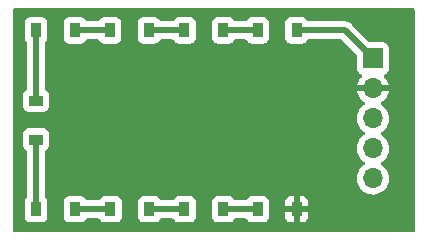
<source format=gtl>
G04 #@! TF.GenerationSoftware,KiCad,Pcbnew,6.0.7*
G04 #@! TF.CreationDate,2022-09-09T10:48:33-06:00*
G04 #@! TF.ProjectId,sdt_pa_diode,7364745f-7061-45f6-9469-6f64652e6b69,rev?*
G04 #@! TF.SameCoordinates,Original*
G04 #@! TF.FileFunction,Copper,L1,Top*
G04 #@! TF.FilePolarity,Positive*
%FSLAX46Y46*%
G04 Gerber Fmt 4.6, Leading zero omitted, Abs format (unit mm)*
G04 Created by KiCad (PCBNEW 6.0.7) date 2022-09-09 10:48:33*
%MOMM*%
%LPD*%
G01*
G04 APERTURE LIST*
G04 #@! TA.AperFunction,SMDPad,CuDef*
%ADD10R,0.900000X1.200000*%
G04 #@! TD*
G04 #@! TA.AperFunction,ComponentPad*
%ADD11R,1.700000X1.700000*%
G04 #@! TD*
G04 #@! TA.AperFunction,ComponentPad*
%ADD12O,1.700000X1.700000*%
G04 #@! TD*
G04 #@! TA.AperFunction,SMDPad,CuDef*
%ADD13R,1.200000X0.900000*%
G04 #@! TD*
G04 #@! TA.AperFunction,ViaPad*
%ADD14C,1.000000*%
G04 #@! TD*
G04 #@! TA.AperFunction,ViaPad*
%ADD15C,6.000000*%
G04 #@! TD*
G04 #@! TA.AperFunction,Conductor*
%ADD16C,0.500000*%
G04 #@! TD*
G04 APERTURE END LIST*
D10*
X131200000Y-87400000D03*
X134500000Y-87400000D03*
X140800000Y-102550000D03*
X137500000Y-102550000D03*
X137500000Y-87400000D03*
X140800000Y-87400000D03*
D11*
X153475000Y-89775000D03*
D12*
X153475000Y-92315000D03*
X153475000Y-94855000D03*
X153475000Y-97395000D03*
X153475000Y-99935000D03*
D13*
X124950000Y-96650000D03*
X124950000Y-93350000D03*
D10*
X124950000Y-87400000D03*
X128250000Y-87400000D03*
X147000000Y-102550000D03*
X143700000Y-102550000D03*
X134550000Y-102550000D03*
X131250000Y-102550000D03*
X143700000Y-87400000D03*
X147000000Y-87400000D03*
X128250000Y-102550000D03*
X124950000Y-102550000D03*
D14*
X155900000Y-90650000D03*
X151700000Y-93350000D03*
X143300000Y-92850000D03*
X139100000Y-89300000D03*
X151600000Y-96150000D03*
X132900000Y-89300000D03*
X142150000Y-89500000D03*
X132900000Y-100650000D03*
X149500000Y-103600000D03*
X156000000Y-86500000D03*
X155850000Y-94850000D03*
X139100000Y-100700000D03*
X156050000Y-103550000D03*
X126850000Y-94950000D03*
X126500000Y-100550000D03*
X145050000Y-99500000D03*
X126550000Y-89300000D03*
D15*
X137550000Y-94950000D03*
D16*
X151100000Y-87400000D02*
X153475000Y-89775000D01*
X147000000Y-87400000D02*
X151100000Y-87400000D01*
X140800000Y-87400000D02*
X143700000Y-87400000D01*
X134500000Y-87400000D02*
X137500000Y-87400000D01*
X128250000Y-87400000D02*
X131200000Y-87400000D01*
X124950000Y-87400000D02*
X124950000Y-93350000D01*
X124950000Y-96650000D02*
X124950000Y-102550000D01*
X128250000Y-102550000D02*
X131250000Y-102550000D01*
X134550000Y-102550000D02*
X137500000Y-102550000D01*
X140800000Y-102550000D02*
X143700000Y-102550000D01*
G04 #@! TA.AperFunction,Conductor*
G36*
X156933621Y-85528502D02*
G01*
X156980114Y-85582158D01*
X156991500Y-85634500D01*
X156991500Y-104365500D01*
X156971498Y-104433621D01*
X156917842Y-104480114D01*
X156865500Y-104491500D01*
X123134500Y-104491500D01*
X123066379Y-104471498D01*
X123019886Y-104417842D01*
X123008500Y-104365500D01*
X123008500Y-97148134D01*
X123841500Y-97148134D01*
X123848255Y-97210316D01*
X123899385Y-97346705D01*
X123986739Y-97463261D01*
X124103295Y-97550615D01*
X124111704Y-97553767D01*
X124119575Y-97558077D01*
X124118664Y-97559741D01*
X124166490Y-97595663D01*
X124191193Y-97662224D01*
X124191500Y-97671009D01*
X124191500Y-101482671D01*
X124171498Y-101550792D01*
X124149593Y-101574332D01*
X124150269Y-101575008D01*
X124143919Y-101581358D01*
X124136739Y-101586739D01*
X124049385Y-101703295D01*
X123998255Y-101839684D01*
X123991500Y-101901866D01*
X123991500Y-103198134D01*
X123998255Y-103260316D01*
X124049385Y-103396705D01*
X124136739Y-103513261D01*
X124253295Y-103600615D01*
X124389684Y-103651745D01*
X124451866Y-103658500D01*
X125448134Y-103658500D01*
X125510316Y-103651745D01*
X125646705Y-103600615D01*
X125763261Y-103513261D01*
X125850615Y-103396705D01*
X125901745Y-103260316D01*
X125908500Y-103198134D01*
X127291500Y-103198134D01*
X127298255Y-103260316D01*
X127349385Y-103396705D01*
X127436739Y-103513261D01*
X127553295Y-103600615D01*
X127689684Y-103651745D01*
X127751866Y-103658500D01*
X128748134Y-103658500D01*
X128810316Y-103651745D01*
X128946705Y-103600615D01*
X129063261Y-103513261D01*
X129150615Y-103396705D01*
X129153767Y-103388296D01*
X129158077Y-103380425D01*
X129159741Y-103381336D01*
X129195663Y-103333510D01*
X129262224Y-103308807D01*
X129271009Y-103308500D01*
X130228991Y-103308500D01*
X130297112Y-103328502D01*
X130343605Y-103382158D01*
X130345903Y-103387694D01*
X130346232Y-103388296D01*
X130349385Y-103396705D01*
X130436739Y-103513261D01*
X130553295Y-103600615D01*
X130689684Y-103651745D01*
X130751866Y-103658500D01*
X131748134Y-103658500D01*
X131810316Y-103651745D01*
X131946705Y-103600615D01*
X132063261Y-103513261D01*
X132150615Y-103396705D01*
X132201745Y-103260316D01*
X132208500Y-103198134D01*
X133591500Y-103198134D01*
X133598255Y-103260316D01*
X133649385Y-103396705D01*
X133736739Y-103513261D01*
X133853295Y-103600615D01*
X133989684Y-103651745D01*
X134051866Y-103658500D01*
X135048134Y-103658500D01*
X135110316Y-103651745D01*
X135246705Y-103600615D01*
X135363261Y-103513261D01*
X135450615Y-103396705D01*
X135453767Y-103388296D01*
X135458077Y-103380425D01*
X135459741Y-103381336D01*
X135495663Y-103333510D01*
X135562224Y-103308807D01*
X135571009Y-103308500D01*
X136478991Y-103308500D01*
X136547112Y-103328502D01*
X136593605Y-103382158D01*
X136595903Y-103387694D01*
X136596232Y-103388296D01*
X136599385Y-103396705D01*
X136686739Y-103513261D01*
X136803295Y-103600615D01*
X136939684Y-103651745D01*
X137001866Y-103658500D01*
X137998134Y-103658500D01*
X138060316Y-103651745D01*
X138196705Y-103600615D01*
X138313261Y-103513261D01*
X138400615Y-103396705D01*
X138451745Y-103260316D01*
X138458500Y-103198134D01*
X139841500Y-103198134D01*
X139848255Y-103260316D01*
X139899385Y-103396705D01*
X139986739Y-103513261D01*
X140103295Y-103600615D01*
X140239684Y-103651745D01*
X140301866Y-103658500D01*
X141298134Y-103658500D01*
X141360316Y-103651745D01*
X141496705Y-103600615D01*
X141613261Y-103513261D01*
X141700615Y-103396705D01*
X141703767Y-103388296D01*
X141708077Y-103380425D01*
X141709741Y-103381336D01*
X141745663Y-103333510D01*
X141812224Y-103308807D01*
X141821009Y-103308500D01*
X142678991Y-103308500D01*
X142747112Y-103328502D01*
X142793605Y-103382158D01*
X142795903Y-103387694D01*
X142796232Y-103388296D01*
X142799385Y-103396705D01*
X142886739Y-103513261D01*
X143003295Y-103600615D01*
X143139684Y-103651745D01*
X143201866Y-103658500D01*
X144198134Y-103658500D01*
X144260316Y-103651745D01*
X144396705Y-103600615D01*
X144513261Y-103513261D01*
X144600615Y-103396705D01*
X144651745Y-103260316D01*
X144658500Y-103198134D01*
X144658500Y-103194669D01*
X146042001Y-103194669D01*
X146042371Y-103201490D01*
X146047895Y-103252352D01*
X146051521Y-103267604D01*
X146096676Y-103388054D01*
X146105214Y-103403649D01*
X146181715Y-103505724D01*
X146194276Y-103518285D01*
X146296351Y-103594786D01*
X146311946Y-103603324D01*
X146432394Y-103648478D01*
X146447649Y-103652105D01*
X146498514Y-103657631D01*
X146505328Y-103658000D01*
X146727885Y-103658000D01*
X146743124Y-103653525D01*
X146744329Y-103652135D01*
X146746000Y-103644452D01*
X146746000Y-103639884D01*
X147254000Y-103639884D01*
X147258475Y-103655123D01*
X147259865Y-103656328D01*
X147267548Y-103657999D01*
X147494669Y-103657999D01*
X147501490Y-103657629D01*
X147552352Y-103652105D01*
X147567604Y-103648479D01*
X147688054Y-103603324D01*
X147703649Y-103594786D01*
X147805724Y-103518285D01*
X147818285Y-103505724D01*
X147894786Y-103403649D01*
X147903324Y-103388054D01*
X147948478Y-103267606D01*
X147952105Y-103252351D01*
X147957631Y-103201486D01*
X147958000Y-103194672D01*
X147958000Y-102822115D01*
X147953525Y-102806876D01*
X147952135Y-102805671D01*
X147944452Y-102804000D01*
X147272115Y-102804000D01*
X147256876Y-102808475D01*
X147255671Y-102809865D01*
X147254000Y-102817548D01*
X147254000Y-103639884D01*
X146746000Y-103639884D01*
X146746000Y-102822115D01*
X146741525Y-102806876D01*
X146740135Y-102805671D01*
X146732452Y-102804000D01*
X146060116Y-102804000D01*
X146044877Y-102808475D01*
X146043672Y-102809865D01*
X146042001Y-102817548D01*
X146042001Y-103194669D01*
X144658500Y-103194669D01*
X144658500Y-102277885D01*
X146042000Y-102277885D01*
X146046475Y-102293124D01*
X146047865Y-102294329D01*
X146055548Y-102296000D01*
X146727885Y-102296000D01*
X146743124Y-102291525D01*
X146744329Y-102290135D01*
X146746000Y-102282452D01*
X146746000Y-102277885D01*
X147254000Y-102277885D01*
X147258475Y-102293124D01*
X147259865Y-102294329D01*
X147267548Y-102296000D01*
X147939884Y-102296000D01*
X147955123Y-102291525D01*
X147956328Y-102290135D01*
X147957999Y-102282452D01*
X147957999Y-101905331D01*
X147957629Y-101898510D01*
X147952105Y-101847648D01*
X147948479Y-101832396D01*
X147903324Y-101711946D01*
X147894786Y-101696351D01*
X147818285Y-101594276D01*
X147805724Y-101581715D01*
X147703649Y-101505214D01*
X147688054Y-101496676D01*
X147567606Y-101451522D01*
X147552351Y-101447895D01*
X147501486Y-101442369D01*
X147494672Y-101442000D01*
X147272115Y-101442000D01*
X147256876Y-101446475D01*
X147255671Y-101447865D01*
X147254000Y-101455548D01*
X147254000Y-102277885D01*
X146746000Y-102277885D01*
X146746000Y-101460116D01*
X146741525Y-101444877D01*
X146740135Y-101443672D01*
X146732452Y-101442001D01*
X146505331Y-101442001D01*
X146498510Y-101442371D01*
X146447648Y-101447895D01*
X146432396Y-101451521D01*
X146311946Y-101496676D01*
X146296351Y-101505214D01*
X146194276Y-101581715D01*
X146181715Y-101594276D01*
X146105214Y-101696351D01*
X146096676Y-101711946D01*
X146051522Y-101832394D01*
X146047895Y-101847649D01*
X146042369Y-101898514D01*
X146042000Y-101905328D01*
X146042000Y-102277885D01*
X144658500Y-102277885D01*
X144658500Y-101901866D01*
X144651745Y-101839684D01*
X144600615Y-101703295D01*
X144513261Y-101586739D01*
X144396705Y-101499385D01*
X144260316Y-101448255D01*
X144198134Y-101441500D01*
X143201866Y-101441500D01*
X143139684Y-101448255D01*
X143003295Y-101499385D01*
X142886739Y-101586739D01*
X142799385Y-101703295D01*
X142796233Y-101711703D01*
X142791923Y-101719575D01*
X142790259Y-101718664D01*
X142754337Y-101766490D01*
X142687776Y-101791193D01*
X142678991Y-101791500D01*
X141821009Y-101791500D01*
X141752888Y-101771498D01*
X141706395Y-101717842D01*
X141704097Y-101712306D01*
X141703767Y-101711703D01*
X141700615Y-101703295D01*
X141613261Y-101586739D01*
X141496705Y-101499385D01*
X141360316Y-101448255D01*
X141298134Y-101441500D01*
X140301866Y-101441500D01*
X140239684Y-101448255D01*
X140103295Y-101499385D01*
X139986739Y-101586739D01*
X139899385Y-101703295D01*
X139848255Y-101839684D01*
X139841500Y-101901866D01*
X139841500Y-103198134D01*
X138458500Y-103198134D01*
X138458500Y-101901866D01*
X138451745Y-101839684D01*
X138400615Y-101703295D01*
X138313261Y-101586739D01*
X138196705Y-101499385D01*
X138060316Y-101448255D01*
X137998134Y-101441500D01*
X137001866Y-101441500D01*
X136939684Y-101448255D01*
X136803295Y-101499385D01*
X136686739Y-101586739D01*
X136599385Y-101703295D01*
X136596233Y-101711703D01*
X136591923Y-101719575D01*
X136590259Y-101718664D01*
X136554337Y-101766490D01*
X136487776Y-101791193D01*
X136478991Y-101791500D01*
X135571009Y-101791500D01*
X135502888Y-101771498D01*
X135456395Y-101717842D01*
X135454097Y-101712306D01*
X135453767Y-101711703D01*
X135450615Y-101703295D01*
X135363261Y-101586739D01*
X135246705Y-101499385D01*
X135110316Y-101448255D01*
X135048134Y-101441500D01*
X134051866Y-101441500D01*
X133989684Y-101448255D01*
X133853295Y-101499385D01*
X133736739Y-101586739D01*
X133649385Y-101703295D01*
X133598255Y-101839684D01*
X133591500Y-101901866D01*
X133591500Y-103198134D01*
X132208500Y-103198134D01*
X132208500Y-101901866D01*
X132201745Y-101839684D01*
X132150615Y-101703295D01*
X132063261Y-101586739D01*
X131946705Y-101499385D01*
X131810316Y-101448255D01*
X131748134Y-101441500D01*
X130751866Y-101441500D01*
X130689684Y-101448255D01*
X130553295Y-101499385D01*
X130436739Y-101586739D01*
X130349385Y-101703295D01*
X130346233Y-101711703D01*
X130341923Y-101719575D01*
X130340259Y-101718664D01*
X130304337Y-101766490D01*
X130237776Y-101791193D01*
X130228991Y-101791500D01*
X129271009Y-101791500D01*
X129202888Y-101771498D01*
X129156395Y-101717842D01*
X129154097Y-101712306D01*
X129153767Y-101711703D01*
X129150615Y-101703295D01*
X129063261Y-101586739D01*
X128946705Y-101499385D01*
X128810316Y-101448255D01*
X128748134Y-101441500D01*
X127751866Y-101441500D01*
X127689684Y-101448255D01*
X127553295Y-101499385D01*
X127436739Y-101586739D01*
X127349385Y-101703295D01*
X127298255Y-101839684D01*
X127291500Y-101901866D01*
X127291500Y-103198134D01*
X125908500Y-103198134D01*
X125908500Y-101901866D01*
X125901745Y-101839684D01*
X125850615Y-101703295D01*
X125763261Y-101586739D01*
X125756081Y-101581358D01*
X125749731Y-101575008D01*
X125751366Y-101573373D01*
X125716421Y-101526641D01*
X125708500Y-101482671D01*
X125708500Y-99901695D01*
X152112251Y-99901695D01*
X152112548Y-99906848D01*
X152112548Y-99906851D01*
X152118011Y-100001590D01*
X152125110Y-100124715D01*
X152126247Y-100129761D01*
X152126248Y-100129767D01*
X152146119Y-100217939D01*
X152174222Y-100342639D01*
X152258266Y-100549616D01*
X152374987Y-100740088D01*
X152521250Y-100908938D01*
X152693126Y-101051632D01*
X152886000Y-101164338D01*
X153094692Y-101244030D01*
X153099760Y-101245061D01*
X153099763Y-101245062D01*
X153207017Y-101266883D01*
X153313597Y-101288567D01*
X153318772Y-101288757D01*
X153318774Y-101288757D01*
X153531673Y-101296564D01*
X153531677Y-101296564D01*
X153536837Y-101296753D01*
X153541957Y-101296097D01*
X153541959Y-101296097D01*
X153753288Y-101269025D01*
X153753289Y-101269025D01*
X153758416Y-101268368D01*
X153763366Y-101266883D01*
X153967429Y-101205661D01*
X153967434Y-101205659D01*
X153972384Y-101204174D01*
X154172994Y-101105896D01*
X154354860Y-100976173D01*
X154513096Y-100818489D01*
X154572594Y-100735689D01*
X154640435Y-100641277D01*
X154643453Y-100637077D01*
X154742430Y-100436811D01*
X154807370Y-100223069D01*
X154836529Y-100001590D01*
X154838156Y-99935000D01*
X154819852Y-99712361D01*
X154765431Y-99495702D01*
X154676354Y-99290840D01*
X154555014Y-99103277D01*
X154404670Y-98938051D01*
X154400619Y-98934852D01*
X154400615Y-98934848D01*
X154233414Y-98802800D01*
X154233410Y-98802798D01*
X154229359Y-98799598D01*
X154188053Y-98776796D01*
X154138084Y-98726364D01*
X154123312Y-98656921D01*
X154148428Y-98590516D01*
X154175780Y-98563909D01*
X154219603Y-98532650D01*
X154354860Y-98436173D01*
X154513096Y-98278489D01*
X154572594Y-98195689D01*
X154640435Y-98101277D01*
X154643453Y-98097077D01*
X154742430Y-97896811D01*
X154807370Y-97683069D01*
X154836529Y-97461590D01*
X154838156Y-97395000D01*
X154819852Y-97172361D01*
X154765431Y-96955702D01*
X154676354Y-96750840D01*
X154555014Y-96563277D01*
X154404670Y-96398051D01*
X154400619Y-96394852D01*
X154400615Y-96394848D01*
X154233414Y-96262800D01*
X154233410Y-96262798D01*
X154229359Y-96259598D01*
X154188053Y-96236796D01*
X154138084Y-96186364D01*
X154123312Y-96116921D01*
X154148428Y-96050516D01*
X154175780Y-96023909D01*
X154219603Y-95992650D01*
X154354860Y-95896173D01*
X154513096Y-95738489D01*
X154572594Y-95655689D01*
X154640435Y-95561277D01*
X154643453Y-95557077D01*
X154742430Y-95356811D01*
X154807370Y-95143069D01*
X154836529Y-94921590D01*
X154838156Y-94855000D01*
X154819852Y-94632361D01*
X154765431Y-94415702D01*
X154676354Y-94210840D01*
X154574819Y-94053891D01*
X154557822Y-94027617D01*
X154557820Y-94027614D01*
X154555014Y-94023277D01*
X154404670Y-93858051D01*
X154400619Y-93854852D01*
X154400615Y-93854848D01*
X154233414Y-93722800D01*
X154233410Y-93722798D01*
X154229359Y-93719598D01*
X154187569Y-93696529D01*
X154137598Y-93646097D01*
X154122826Y-93576654D01*
X154147942Y-93510248D01*
X154175294Y-93483641D01*
X154350328Y-93358792D01*
X154358200Y-93352139D01*
X154509052Y-93201812D01*
X154515730Y-93193965D01*
X154640003Y-93021020D01*
X154645313Y-93012183D01*
X154739670Y-92821267D01*
X154743469Y-92811672D01*
X154805377Y-92607910D01*
X154807555Y-92597837D01*
X154808986Y-92586962D01*
X154806775Y-92572778D01*
X154793617Y-92569000D01*
X152158225Y-92569000D01*
X152144694Y-92572973D01*
X152143257Y-92582966D01*
X152173565Y-92717446D01*
X152176645Y-92727275D01*
X152256770Y-92924603D01*
X152261413Y-92933794D01*
X152372694Y-93115388D01*
X152378777Y-93123699D01*
X152518213Y-93284667D01*
X152525580Y-93291883D01*
X152689434Y-93427916D01*
X152697881Y-93433831D01*
X152766969Y-93474203D01*
X152815693Y-93525842D01*
X152828764Y-93595625D01*
X152802033Y-93661396D01*
X152761584Y-93694752D01*
X152748607Y-93701507D01*
X152744474Y-93704610D01*
X152744471Y-93704612D01*
X152720247Y-93722800D01*
X152569965Y-93835635D01*
X152415629Y-93997138D01*
X152289743Y-94181680D01*
X152195688Y-94384305D01*
X152135989Y-94599570D01*
X152112251Y-94821695D01*
X152112548Y-94826848D01*
X152112548Y-94826851D01*
X152118011Y-94921590D01*
X152125110Y-95044715D01*
X152126247Y-95049761D01*
X152126248Y-95049767D01*
X152146119Y-95137939D01*
X152174222Y-95262639D01*
X152258266Y-95469616D01*
X152374987Y-95660088D01*
X152521250Y-95828938D01*
X152693126Y-95971632D01*
X152763595Y-96012811D01*
X152766445Y-96014476D01*
X152815169Y-96066114D01*
X152828240Y-96135897D01*
X152801509Y-96201669D01*
X152761055Y-96235027D01*
X152748607Y-96241507D01*
X152744474Y-96244610D01*
X152744471Y-96244612D01*
X152720247Y-96262800D01*
X152569965Y-96375635D01*
X152415629Y-96537138D01*
X152289743Y-96721680D01*
X152195688Y-96924305D01*
X152135989Y-97139570D01*
X152112251Y-97361695D01*
X152112548Y-97366848D01*
X152112548Y-97366851D01*
X152118011Y-97461590D01*
X152125110Y-97584715D01*
X152126247Y-97589761D01*
X152126248Y-97589767D01*
X152144557Y-97671009D01*
X152174222Y-97802639D01*
X152258266Y-98009616D01*
X152374987Y-98200088D01*
X152521250Y-98368938D01*
X152693126Y-98511632D01*
X152763595Y-98552811D01*
X152766445Y-98554476D01*
X152815169Y-98606114D01*
X152828240Y-98675897D01*
X152801509Y-98741669D01*
X152761055Y-98775027D01*
X152748607Y-98781507D01*
X152744474Y-98784610D01*
X152744471Y-98784612D01*
X152720247Y-98802800D01*
X152569965Y-98915635D01*
X152415629Y-99077138D01*
X152289743Y-99261680D01*
X152195688Y-99464305D01*
X152135989Y-99679570D01*
X152112251Y-99901695D01*
X125708500Y-99901695D01*
X125708500Y-97671009D01*
X125728502Y-97602888D01*
X125782158Y-97556395D01*
X125787694Y-97554097D01*
X125788296Y-97553768D01*
X125796705Y-97550615D01*
X125913261Y-97463261D01*
X126000615Y-97346705D01*
X126051745Y-97210316D01*
X126058500Y-97148134D01*
X126058500Y-96151866D01*
X126051745Y-96089684D01*
X126000615Y-95953295D01*
X125913261Y-95836739D01*
X125796705Y-95749385D01*
X125660316Y-95698255D01*
X125598134Y-95691500D01*
X124301866Y-95691500D01*
X124239684Y-95698255D01*
X124103295Y-95749385D01*
X123986739Y-95836739D01*
X123899385Y-95953295D01*
X123848255Y-96089684D01*
X123841500Y-96151866D01*
X123841500Y-97148134D01*
X123008500Y-97148134D01*
X123008500Y-93848134D01*
X123841500Y-93848134D01*
X123848255Y-93910316D01*
X123899385Y-94046705D01*
X123986739Y-94163261D01*
X124103295Y-94250615D01*
X124239684Y-94301745D01*
X124301866Y-94308500D01*
X125598134Y-94308500D01*
X125660316Y-94301745D01*
X125796705Y-94250615D01*
X125913261Y-94163261D01*
X126000615Y-94046705D01*
X126051745Y-93910316D01*
X126058500Y-93848134D01*
X126058500Y-92851866D01*
X126051745Y-92789684D01*
X126000615Y-92653295D01*
X125913261Y-92536739D01*
X125796705Y-92449385D01*
X125788296Y-92446233D01*
X125780425Y-92441923D01*
X125781336Y-92440259D01*
X125733510Y-92404337D01*
X125708807Y-92337776D01*
X125708500Y-92328991D01*
X125708500Y-88467329D01*
X125728502Y-88399208D01*
X125750407Y-88375668D01*
X125749731Y-88374992D01*
X125756081Y-88368642D01*
X125763261Y-88363261D01*
X125850615Y-88246705D01*
X125901745Y-88110316D01*
X125908500Y-88048134D01*
X127291500Y-88048134D01*
X127298255Y-88110316D01*
X127349385Y-88246705D01*
X127436739Y-88363261D01*
X127553295Y-88450615D01*
X127689684Y-88501745D01*
X127751866Y-88508500D01*
X128748134Y-88508500D01*
X128810316Y-88501745D01*
X128946705Y-88450615D01*
X129063261Y-88363261D01*
X129150615Y-88246705D01*
X129153767Y-88238296D01*
X129158077Y-88230425D01*
X129159741Y-88231336D01*
X129195663Y-88183510D01*
X129262224Y-88158807D01*
X129271009Y-88158500D01*
X130178991Y-88158500D01*
X130247112Y-88178502D01*
X130293605Y-88232158D01*
X130295903Y-88237694D01*
X130296232Y-88238296D01*
X130299385Y-88246705D01*
X130386739Y-88363261D01*
X130503295Y-88450615D01*
X130639684Y-88501745D01*
X130701866Y-88508500D01*
X131698134Y-88508500D01*
X131760316Y-88501745D01*
X131896705Y-88450615D01*
X132013261Y-88363261D01*
X132100615Y-88246705D01*
X132151745Y-88110316D01*
X132158500Y-88048134D01*
X133541500Y-88048134D01*
X133548255Y-88110316D01*
X133599385Y-88246705D01*
X133686739Y-88363261D01*
X133803295Y-88450615D01*
X133939684Y-88501745D01*
X134001866Y-88508500D01*
X134998134Y-88508500D01*
X135060316Y-88501745D01*
X135196705Y-88450615D01*
X135313261Y-88363261D01*
X135400615Y-88246705D01*
X135403767Y-88238296D01*
X135408077Y-88230425D01*
X135409741Y-88231336D01*
X135445663Y-88183510D01*
X135512224Y-88158807D01*
X135521009Y-88158500D01*
X136478991Y-88158500D01*
X136547112Y-88178502D01*
X136593605Y-88232158D01*
X136595903Y-88237694D01*
X136596232Y-88238296D01*
X136599385Y-88246705D01*
X136686739Y-88363261D01*
X136803295Y-88450615D01*
X136939684Y-88501745D01*
X137001866Y-88508500D01*
X137998134Y-88508500D01*
X138060316Y-88501745D01*
X138196705Y-88450615D01*
X138313261Y-88363261D01*
X138400615Y-88246705D01*
X138451745Y-88110316D01*
X138458500Y-88048134D01*
X139841500Y-88048134D01*
X139848255Y-88110316D01*
X139899385Y-88246705D01*
X139986739Y-88363261D01*
X140103295Y-88450615D01*
X140239684Y-88501745D01*
X140301866Y-88508500D01*
X141298134Y-88508500D01*
X141360316Y-88501745D01*
X141496705Y-88450615D01*
X141613261Y-88363261D01*
X141700615Y-88246705D01*
X141703767Y-88238296D01*
X141708077Y-88230425D01*
X141709741Y-88231336D01*
X141745663Y-88183510D01*
X141812224Y-88158807D01*
X141821009Y-88158500D01*
X142678991Y-88158500D01*
X142747112Y-88178502D01*
X142793605Y-88232158D01*
X142795903Y-88237694D01*
X142796232Y-88238296D01*
X142799385Y-88246705D01*
X142886739Y-88363261D01*
X143003295Y-88450615D01*
X143139684Y-88501745D01*
X143201866Y-88508500D01*
X144198134Y-88508500D01*
X144260316Y-88501745D01*
X144396705Y-88450615D01*
X144513261Y-88363261D01*
X144600615Y-88246705D01*
X144651745Y-88110316D01*
X144658500Y-88048134D01*
X146041500Y-88048134D01*
X146048255Y-88110316D01*
X146099385Y-88246705D01*
X146186739Y-88363261D01*
X146303295Y-88450615D01*
X146439684Y-88501745D01*
X146501866Y-88508500D01*
X147498134Y-88508500D01*
X147560316Y-88501745D01*
X147696705Y-88450615D01*
X147813261Y-88363261D01*
X147900615Y-88246705D01*
X147903767Y-88238296D01*
X147908077Y-88230425D01*
X147909741Y-88231336D01*
X147945663Y-88183510D01*
X148012224Y-88158807D01*
X148021009Y-88158500D01*
X150733629Y-88158500D01*
X150801750Y-88178502D01*
X150822724Y-88195405D01*
X152079595Y-89452276D01*
X152113621Y-89514588D01*
X152116500Y-89541371D01*
X152116500Y-90673134D01*
X152123255Y-90735316D01*
X152174385Y-90871705D01*
X152261739Y-90988261D01*
X152378295Y-91075615D01*
X152386704Y-91078767D01*
X152386705Y-91078768D01*
X152495960Y-91119726D01*
X152552725Y-91162367D01*
X152577425Y-91228929D01*
X152562218Y-91298278D01*
X152542825Y-91324759D01*
X152419590Y-91453717D01*
X152413104Y-91461727D01*
X152293098Y-91637649D01*
X152288000Y-91646623D01*
X152198338Y-91839783D01*
X152194775Y-91849470D01*
X152139389Y-92049183D01*
X152140912Y-92057607D01*
X152153292Y-92061000D01*
X154793344Y-92061000D01*
X154806875Y-92057027D01*
X154808180Y-92047947D01*
X154766214Y-91880875D01*
X154762894Y-91871124D01*
X154677972Y-91675814D01*
X154673105Y-91666739D01*
X154557426Y-91487926D01*
X154551136Y-91479757D01*
X154407293Y-91321677D01*
X154376241Y-91257831D01*
X154384635Y-91187333D01*
X154429812Y-91132564D01*
X154456256Y-91118895D01*
X154563297Y-91078767D01*
X154571705Y-91075615D01*
X154688261Y-90988261D01*
X154775615Y-90871705D01*
X154826745Y-90735316D01*
X154833500Y-90673134D01*
X154833500Y-88876866D01*
X154826745Y-88814684D01*
X154775615Y-88678295D01*
X154688261Y-88561739D01*
X154571705Y-88474385D01*
X154435316Y-88423255D01*
X154373134Y-88416500D01*
X153241371Y-88416500D01*
X153173250Y-88396498D01*
X153152276Y-88379595D01*
X151683770Y-86911089D01*
X151671384Y-86896677D01*
X151662851Y-86885082D01*
X151662846Y-86885077D01*
X151658508Y-86879182D01*
X151652930Y-86874443D01*
X151652927Y-86874440D01*
X151618232Y-86844965D01*
X151610716Y-86838035D01*
X151605021Y-86832340D01*
X151598880Y-86827482D01*
X151582749Y-86814719D01*
X151579345Y-86811928D01*
X151529297Y-86769409D01*
X151529295Y-86769408D01*
X151523715Y-86764667D01*
X151517199Y-86761339D01*
X151512150Y-86757972D01*
X151507021Y-86754805D01*
X151501284Y-86750266D01*
X151435125Y-86719345D01*
X151431225Y-86717439D01*
X151366192Y-86684231D01*
X151359084Y-86682492D01*
X151353441Y-86680393D01*
X151347678Y-86678476D01*
X151341050Y-86675378D01*
X151269583Y-86660513D01*
X151265299Y-86659543D01*
X151194390Y-86642192D01*
X151188788Y-86641844D01*
X151188785Y-86641844D01*
X151183236Y-86641500D01*
X151183238Y-86641464D01*
X151179245Y-86641225D01*
X151175053Y-86640851D01*
X151167885Y-86639360D01*
X151101675Y-86641151D01*
X151090479Y-86641454D01*
X151087072Y-86641500D01*
X148021009Y-86641500D01*
X147952888Y-86621498D01*
X147906395Y-86567842D01*
X147904097Y-86562306D01*
X147903767Y-86561703D01*
X147900615Y-86553295D01*
X147813261Y-86436739D01*
X147696705Y-86349385D01*
X147560316Y-86298255D01*
X147498134Y-86291500D01*
X146501866Y-86291500D01*
X146439684Y-86298255D01*
X146303295Y-86349385D01*
X146186739Y-86436739D01*
X146099385Y-86553295D01*
X146048255Y-86689684D01*
X146041500Y-86751866D01*
X146041500Y-88048134D01*
X144658500Y-88048134D01*
X144658500Y-86751866D01*
X144651745Y-86689684D01*
X144600615Y-86553295D01*
X144513261Y-86436739D01*
X144396705Y-86349385D01*
X144260316Y-86298255D01*
X144198134Y-86291500D01*
X143201866Y-86291500D01*
X143139684Y-86298255D01*
X143003295Y-86349385D01*
X142886739Y-86436739D01*
X142799385Y-86553295D01*
X142796233Y-86561703D01*
X142791923Y-86569575D01*
X142790259Y-86568664D01*
X142754337Y-86616490D01*
X142687776Y-86641193D01*
X142678991Y-86641500D01*
X141821009Y-86641500D01*
X141752888Y-86621498D01*
X141706395Y-86567842D01*
X141704097Y-86562306D01*
X141703767Y-86561703D01*
X141700615Y-86553295D01*
X141613261Y-86436739D01*
X141496705Y-86349385D01*
X141360316Y-86298255D01*
X141298134Y-86291500D01*
X140301866Y-86291500D01*
X140239684Y-86298255D01*
X140103295Y-86349385D01*
X139986739Y-86436739D01*
X139899385Y-86553295D01*
X139848255Y-86689684D01*
X139841500Y-86751866D01*
X139841500Y-88048134D01*
X138458500Y-88048134D01*
X138458500Y-86751866D01*
X138451745Y-86689684D01*
X138400615Y-86553295D01*
X138313261Y-86436739D01*
X138196705Y-86349385D01*
X138060316Y-86298255D01*
X137998134Y-86291500D01*
X137001866Y-86291500D01*
X136939684Y-86298255D01*
X136803295Y-86349385D01*
X136686739Y-86436739D01*
X136599385Y-86553295D01*
X136596233Y-86561703D01*
X136591923Y-86569575D01*
X136590259Y-86568664D01*
X136554337Y-86616490D01*
X136487776Y-86641193D01*
X136478991Y-86641500D01*
X135521009Y-86641500D01*
X135452888Y-86621498D01*
X135406395Y-86567842D01*
X135404097Y-86562306D01*
X135403767Y-86561703D01*
X135400615Y-86553295D01*
X135313261Y-86436739D01*
X135196705Y-86349385D01*
X135060316Y-86298255D01*
X134998134Y-86291500D01*
X134001866Y-86291500D01*
X133939684Y-86298255D01*
X133803295Y-86349385D01*
X133686739Y-86436739D01*
X133599385Y-86553295D01*
X133548255Y-86689684D01*
X133541500Y-86751866D01*
X133541500Y-88048134D01*
X132158500Y-88048134D01*
X132158500Y-86751866D01*
X132151745Y-86689684D01*
X132100615Y-86553295D01*
X132013261Y-86436739D01*
X131896705Y-86349385D01*
X131760316Y-86298255D01*
X131698134Y-86291500D01*
X130701866Y-86291500D01*
X130639684Y-86298255D01*
X130503295Y-86349385D01*
X130386739Y-86436739D01*
X130299385Y-86553295D01*
X130296233Y-86561703D01*
X130291923Y-86569575D01*
X130290259Y-86568664D01*
X130254337Y-86616490D01*
X130187776Y-86641193D01*
X130178991Y-86641500D01*
X129271009Y-86641500D01*
X129202888Y-86621498D01*
X129156395Y-86567842D01*
X129154097Y-86562306D01*
X129153767Y-86561703D01*
X129150615Y-86553295D01*
X129063261Y-86436739D01*
X128946705Y-86349385D01*
X128810316Y-86298255D01*
X128748134Y-86291500D01*
X127751866Y-86291500D01*
X127689684Y-86298255D01*
X127553295Y-86349385D01*
X127436739Y-86436739D01*
X127349385Y-86553295D01*
X127298255Y-86689684D01*
X127291500Y-86751866D01*
X127291500Y-88048134D01*
X125908500Y-88048134D01*
X125908500Y-86751866D01*
X125901745Y-86689684D01*
X125850615Y-86553295D01*
X125763261Y-86436739D01*
X125646705Y-86349385D01*
X125510316Y-86298255D01*
X125448134Y-86291500D01*
X124451866Y-86291500D01*
X124389684Y-86298255D01*
X124253295Y-86349385D01*
X124136739Y-86436739D01*
X124049385Y-86553295D01*
X123998255Y-86689684D01*
X123991500Y-86751866D01*
X123991500Y-88048134D01*
X123998255Y-88110316D01*
X124049385Y-88246705D01*
X124136739Y-88363261D01*
X124143919Y-88368642D01*
X124150269Y-88374992D01*
X124148634Y-88376627D01*
X124183579Y-88423359D01*
X124191500Y-88467329D01*
X124191500Y-92328991D01*
X124171498Y-92397112D01*
X124117842Y-92443605D01*
X124112306Y-92445903D01*
X124111704Y-92446232D01*
X124103295Y-92449385D01*
X123986739Y-92536739D01*
X123899385Y-92653295D01*
X123848255Y-92789684D01*
X123841500Y-92851866D01*
X123841500Y-93848134D01*
X123008500Y-93848134D01*
X123008500Y-85634500D01*
X123028502Y-85566379D01*
X123082158Y-85519886D01*
X123134500Y-85508500D01*
X156865500Y-85508500D01*
X156933621Y-85528502D01*
G37*
G04 #@! TD.AperFunction*
M02*

</source>
